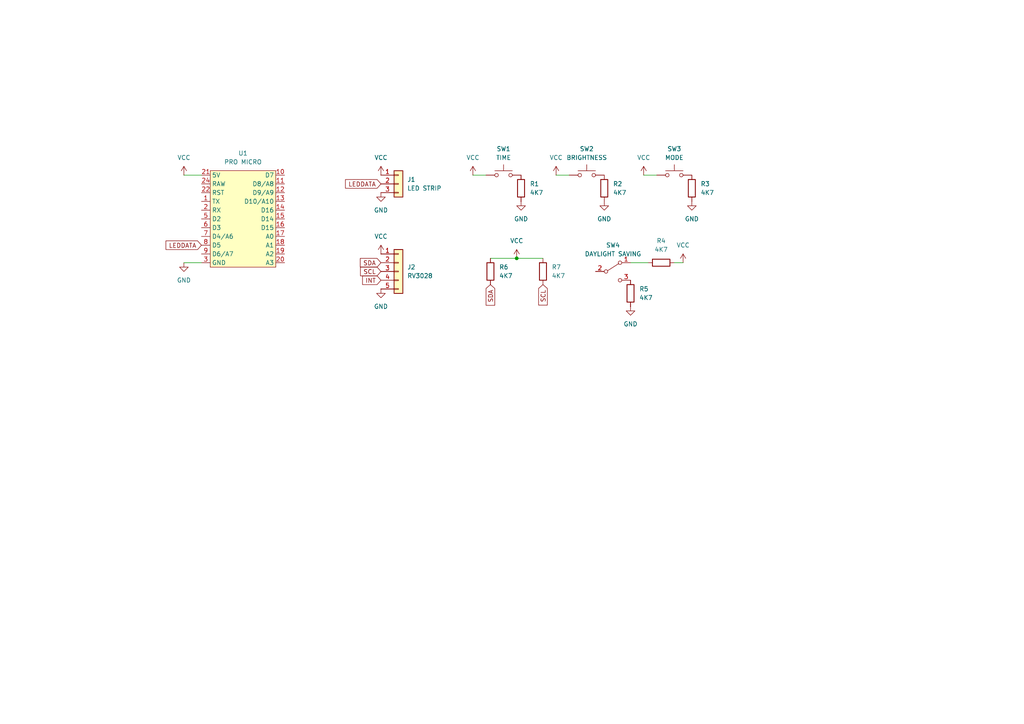
<source format=kicad_sch>
(kicad_sch (version 20231120) (generator "eeschema") (generator_version "8.0")
  (paper "A4")
  (lib_symbols
    (symbol "Connector_Generic:Conn_01x03" (pin_names (offset 1.016) hide)
      (property "Reference" "J" (at 0 5.08 0))
      (property "Value" "Conn_01x03" (at 0 -5.08 0))
      (symbol "Conn_01x03_1_1"
        (rectangle (start -1.27 -2.413) (end 0 -2.667) (stroke (width 0.1524)))
        (rectangle (start -1.27 0.127) (end 0 -0.127) (stroke (width 0.1524)))
        (rectangle (start -1.27 2.667) (end 0 2.413) (stroke (width 0.1524)))
        (rectangle (start -1.27 3.81) (end 1.27 -3.81) (stroke (width 0.254)) (fill (type background)))
        (pin passive line (at -5.08 2.54 0) (length 3.81) (name "Pin_1") (number "1"))
        (pin passive line (at -5.08 0 0) (length 3.81) (name "Pin_2") (number "2"))
        (pin passive line (at -5.08 -2.54 0) (length 3.81) (name "Pin_3") (number "3"))
      )
    )
    (symbol "Connector_Generic:Conn_01x05" (pin_names (offset 1.016) hide)
      (property "Reference" "J" (at 0 7.62 0))
      (property "Value" "Conn_01x05" (at 0 -7.62 0))
      (symbol "Conn_01x05_1_1"
        (rectangle (start -1.27 -4.953) (end 0 -5.207) (stroke (width 0.1524)))
        (rectangle (start -1.27 -2.413) (end 0 -2.667) (stroke (width 0.1524)))
        (rectangle (start -1.27 0.127) (end 0 -0.127) (stroke (width 0.1524)))
        (rectangle (start -1.27 2.667) (end 0 2.413) (stroke (width 0.1524)))
        (rectangle (start -1.27 5.207) (end 0 4.953) (stroke (width 0.1524)))
        (rectangle (start -1.27 6.35) (end 1.27 -6.35) (stroke (width 0.254)) (fill (type background)))
        (pin passive line (at -5.08 5.08 0) (length 3.81) (name "Pin_1") (number "1"))
        (pin passive line (at -5.08 2.54 0) (length 3.81) (name "Pin_2") (number "2"))
        (pin passive line (at -5.08 0 0) (length 3.81) (name "Pin_3") (number "3"))
        (pin passive line (at -5.08 -2.54 0) (length 3.81) (name "Pin_4") (number "4"))
        (pin passive line (at -5.08 -5.08 0) (length 3.81) (name "Pin_5") (number "5"))
      )
    )
    (symbol "Device:R" (pin_numbers hide) (pin_names (offset 0))
      (property "Reference" "R" (at 2.032 0 90))
      (property "Value" "R" (at 0 0 90))
      (symbol "R_0_1"
        (rectangle (start -1.016 -2.54) (end 1.016 2.54) (stroke (width 0.254)))
      )
      (symbol "R_1_1"
        (pin passive line (at 0 3.81 270) (length 1.27) (name "~") (number "1"))
        (pin passive line (at 0 -3.81 90) (length 1.27) (name "~") (number "2"))
      )
    )
    (symbol "SparkFun-Board:ProMicroC"
      (property "Reference" "U" (at 1.27 0 0))
      (property "Value" "ProMicroC" (at 15.24 0 0))
      (symbol "ProMicroC_1_1"
        (rectangle (start 0 -1.27) (end 19.05 -29.21) (fill (type background)))
        (pin input line (at -2.54 -10.16 0) (length 2.54) (name "TX") (number "1"))
        (pin input line (at 21.59 -2.54 180) (length 2.54) (name "D7") (number "10"))
        (pin input line (at 21.59 -5.08 180) (length 2.54) (name "D8/A8") (number "11"))
        (pin input line (at 21.59 -7.62 180) (length 2.54) (name "D9/A9") (number "12"))
        (pin input line (at 21.59 -10.16 180) (length 2.54) (name "D10/A10") (number "13"))
        (pin input line (at 21.59 -12.7 180) (length 2.54) (name "D16") (number "14"))
        (pin input line (at 21.59 -15.24 180) (length 2.54) (name "D14") (number "15"))
        (pin input line (at 21.59 -17.78 180) (length 2.54) (name "D15") (number "16"))
        (pin input line (at 21.59 -20.32 180) (length 2.54) (name "A0") (number "17"))
        (pin input line (at 21.59 -22.86 180) (length 2.54) (name "A1") (number "18"))
        (pin input line (at 21.59 -25.4 180) (length 2.54) (name "A2") (number "19"))
        (pin input line (at -2.54 -12.7 0) (length 2.54) (name "RX") (number "2"))
        (pin input line (at 21.59 -27.94 180) (length 2.54) (name "A3") (number "20"))
        (pin input line (at -2.54 -2.54 0) (length 2.54) (name "5V") (number "21"))
        (pin input line (at -2.54 -7.62 0) (length 2.54) (name "RST") (number "22"))
        (pin input line (at -2.54 -27.94 0) (length 2.54) hide (name "GND") (number "23"))
        (pin input line (at -2.54 -5.08 0) (length 2.54) (name "RAW") (number "24"))
        (pin input line (at -2.54 -27.94 0) (length 2.54) (name "GND") (number "3"))
        (pin input line (at -2.54 -27.94 0) (length 2.54) hide (name "GND") (number "4"))
        (pin input line (at -2.54 -15.24 0) (length 2.54) (name "D2") (number "5"))
        (pin input line (at -2.54 -17.78 0) (length 2.54) (name "D3") (number "6"))
        (pin input line (at -2.54 -20.32 0) (length 2.54) (name "D4/A6") (number "7"))
        (pin input line (at -2.54 -22.86 0) (length 2.54) (name "D5") (number "8"))
        (pin input line (at -2.54 -25.4 0) (length 2.54) (name "D6/A7") (number "9"))
      )
    )
    (symbol "SparkFun-Switch:SPDT_Slide_PTH_11.6x4.0mm" (pin_names (offset 0) hide)
      (property "Reference" "SW" (at 0 4.318 0))
      (property "Value" "SPDT_Slide_PTH_11.6x4.0mm" (at 0 -5.08 0))
      (symbol "SPDT_Slide_PTH_11.6x4.0mm_0_0"
        (circle (center -2.032 0) (radius 0.508))
        (circle (center 2.032 -2.54) (radius 0.508))
      )
      (symbol "SPDT_Slide_PTH_11.6x4.0mm_0_1"
        (polyline (pts (xy -1.524 0.254) (xy 1.651 2.286)))
        (circle (center 2.032 2.54) (radius 0.508))
      )
      (symbol "SPDT_Slide_PTH_11.6x4.0mm_1_1"
        (pin passive line (at 5.08 2.54 180) (length 2.54) (name "A") (number "1"))
        (pin passive line (at -5.08 0 0) (length 2.54) (name "B") (number "2"))
        (pin passive line (at 5.08 -2.54 180) (length 2.54) (name "C") (number "3"))
      )
    )
    (symbol "SparkFun-Switch:SPST_Push_SMD_12x12mm_h8.5mm" (pin_numbers hide) (pin_names (offset 0) hide)
      (property "Reference" "SW" (at 0 5.08 0))
      (property "Value" "SMD_12x12mm_h8.5mm" (at 0 -2.54 0))
      (symbol "SPST_Push_SMD_12x12mm_h8.5mm_0_1"
        (circle (center -2.032 0) (radius 0.508))
        (polyline (pts (xy 0 1.27) (xy 0 3.048)))
        (polyline (pts (xy 2.54 1.27) (xy -2.54 1.27)))
        (circle (center 2.032 0) (radius 0.508))
      )
      (symbol "SPST_Push_SMD_12x12mm_h8.5mm_1_1"
        (pin passive line (at -5.08 0 0) (length 2.54) (name "1") (number "1"))
        (pin passive line (at 5.08 0 180) (length 2.54) (name "2") (number "2"))
      )
    )
    (symbol "power:GND" (power) (pin_numbers hide) (pin_names (offset 0) hide)
      (property "Value" "GND" (at 0 -3.81 0))
      (symbol "GND_0_1"
        (polyline (pts (xy 0 0) (xy 0 -1.27) (xy 1.27 -1.27) (xy 0 -2.54) (xy -1.27 -1.27) (xy 0 -1.27)))
      )
      (symbol "GND_1_1"
        (pin power_in line (at 0 0 270) (length 0) (name "~") (number "1"))
      )
    )
    (symbol "power:VCC" (power) (pin_numbers hide) (pin_names (offset 0) hide)
      (property "Value" "VCC" (at 0 3.556 0))
      (symbol "VCC_0_1"
        (polyline (pts (xy -0.762 1.27) (xy 0 2.54)))
        (polyline (pts (xy 0 0) (xy 0 2.54)))
        (polyline (pts (xy 0 2.54) (xy 0.762 1.27)))
      )
      (symbol "VCC_1_1"
        (pin power_in line (at 0 0 90) (length 0) (name "~") (number "1"))
      )
    )
  )
  (junction (at 149.86 74.93))
  (wire (pts (xy 161.29 50.8) (xy 165.1 50.8)))
  (wire (pts (xy 186.69 50.8) (xy 190.5 50.8)))
  (wire (pts (xy 142.24 74.93) (xy 149.86 74.93)))
  (wire (pts (xy 137.16 50.8) (xy 140.97 50.8)))
  (wire (pts (xy 182.88 76.2) (xy 187.96 76.2)))
  (wire (pts (xy 53.34 76.2) (xy 58.42 76.2)))
  (wire (pts (xy 149.86 74.93) (xy 157.48 74.93)))
  (wire (pts (xy 53.34 50.8) (xy 58.42 50.8)))
  (wire (pts (xy 198.12 76.2) (xy 195.58 76.2)))
  (global_label "SDA" (shape input) (at 142.24 82.55 270) (property "Intersheetrefs" "${INTERSHEET_REFS}" (effects (hide yes))))
  (global_label "SCL" (shape input) (at 110.49 78.74 180) (property "Intersheetrefs" "${INTERSHEET_REFS}" (effects (hide yes))))
  (global_label "SDA" (shape input) (at 110.49 76.2 180) (property "Intersheetrefs" "${INTERSHEET_REFS}" (effects (hide yes))))
  (global_label "LEDDATA" (shape input) (at 110.49 53.34 180) (property "Intersheetrefs" "${INTERSHEET_REFS}" (effects (hide yes))))
  (global_label "SCL" (shape input) (at 157.48 82.55 270) (property "Intersheetrefs" "${INTERSHEET_REFS}" (effects (hide yes))))
  (global_label "LEDDATA" (shape input) (at 58.42 71.12 180) (property "Intersheetrefs" "${INTERSHEET_REFS}" (effects (hide yes))))
  (global_label "INT" (shape input) (at 110.49 81.28 180) (property "Intersheetrefs" "${INTERSHEET_REFS}" (effects (hide yes))))
  (symbol (lib_id "SparkFun-Board:ProMicroC") (at 60.96 48.26 0) (unit 1)
    (property "Reference" "U1" (at 70.485 44.45 0))
    (property "Value" "PRO MICRO" (at 70.485 46.99 0))
    (property "Footprint" "SparkFun-Board:ProMicroC" (effects (hide yes)))
    (property "Datasheet" "https://www.sparkfun.com/products/15795" (effects (hide yes)))
  )
  (symbol (lib_id "power:VCC") (at 110.49 50.8 0) (unit 1)
    (property "Reference" "#PWR03" (effects (hide yes)))
    (property "Value" "VCC" (at 110.49 45.72 0))
    (property "Description" "Power symbol creates a global label with name \"VCC\"" (effects (hide yes)))
  )
  (symbol (lib_id "SparkFun-Switch:SPST_Push_SMD_12x12mm_h8.5mm") (at 170.18 50.8 0) (unit 1)
    (property "Reference" "SW2" (at 170.18 43.18 0))
    (property "Value" "BRIGHTNESS" (at 170.18 45.72 0))
    (property "Footprint" "SparkFun-Switch:Push_SMD_12x12mm" (effects (hide yes)))
    (property "Datasheet" "https://cdn.sparkfun.com/datasheets/Components/Switches/N301102.pdf" (effects (hide yes)))
    (property "Description" "Single Pole Single Throw (SPST) switch" (effects (hide yes)))
    (property "PROD_ID" "SWCH-11967" (effects (hide yes)))
    (property "Mfg Part#" "EG4904TR-ND" (effects (hide yes)))
  )
  (symbol (lib_id "Device:R") (at 200.66 54.61 0) (unit 1)
    (property "Reference" "R3" (at 203.2 53.3399 0) (effects (justify left)))
    (property "Value" "4K7" (at 203.2 55.8799 0) (effects (justify left)))
    (property "Footprint" "Resistor_THT:R_Axial_DIN0204_L3.6mm_D1.6mm_P5.08mm_Horizontal" (effects (hide yes)))
    (property "Description" "Resistor" (effects (hide yes)))
  )
  (symbol (lib_id "power:VCC") (at 137.16 50.8 0) (unit 1)
    (property "Reference" "#PWR07" (effects (hide yes)))
    (property "Value" "VCC" (at 137.16 45.72 0))
    (property "Description" "Power symbol creates a global label with name \"VCC\"" (effects (hide yes)))
  )
  (symbol (lib_id "power:GND") (at 151.13 58.42 0) (unit 1)
    (property "Reference" "#PWR010" (effects (hide yes)))
    (property "Value" "GND" (at 151.13 63.5 0))
    (property "Description" "Power symbol creates a global label with name \"GND\" , ground" (effects (hide yes)))
  )
  (symbol (lib_id "power:VCC") (at 53.34 50.8 0) (unit 1)
    (property "Reference" "#PWR04" (effects (hide yes)))
    (property "Value" "VCC" (at 53.34 45.72 0))
    (property "Description" "Power symbol creates a global label with name \"VCC\"" (effects (hide yes)))
  )
  (symbol (lib_id "power:GND") (at 200.66 58.42 0) (unit 1)
    (property "Reference" "#PWR012" (effects (hide yes)))
    (property "Value" "GND" (at 200.66 63.5 0))
    (property "Description" "Power symbol creates a global label with name \"GND\" , ground" (effects (hide yes)))
  )
  (symbol (lib_id "power:GND") (at 53.34 76.2 0) (unit 1)
    (property "Reference" "#PWR02" (effects (hide yes)))
    (property "Value" "GND" (at 53.34 81.28 0))
    (property "Description" "Power symbol creates a global label with name \"GND\" , ground" (effects (hide yes)))
  )
  (symbol (lib_id "power:GND") (at 175.26 58.42 0) (unit 1)
    (property "Reference" "#PWR011" (effects (hide yes)))
    (property "Value" "GND" (at 175.26 63.5 0))
    (property "Description" "Power symbol creates a global label with name \"GND\" , ground" (effects (hide yes)))
  )
  (symbol (lib_id "power:VCC") (at 149.86 74.93 0) (unit 1)
    (property "Reference" "#PWR015" (effects (hide yes)))
    (property "Value" "VCC" (at 149.86 69.85 0))
    (property "Description" "Power symbol creates a global label with name \"VCC\"" (effects (hide yes)))
  )
  (symbol (lib_id "power:GND") (at 110.49 55.88 0) (unit 1)
    (property "Reference" "#PWR01" (effects (hide yes)))
    (property "Value" "GND" (at 110.49 60.96 0))
    (property "Description" "Power symbol creates a global label with name \"GND\" , ground" (effects (hide yes)))
  )
  (symbol (lib_id "power:VCC") (at 198.12 76.2 0) (unit 1)
    (property "Reference" "#PWR014" (effects (hide yes)))
    (property "Value" "VCC" (at 198.12 71.12 0))
    (property "Description" "Power symbol creates a global label with name \"VCC\"" (effects (hide yes)))
  )
  (symbol (lib_id "SparkFun-Switch:SPST_Push_SMD_12x12mm_h8.5mm") (at 146.05 50.8 0) (unit 1)
    (property "Reference" "SW1" (at 146.05 43.18 0))
    (property "Value" "TIME" (at 146.05 45.72 0))
    (property "Footprint" "SparkFun-Switch:Push_SMD_12x12mm" (effects (hide yes)))
    (property "Datasheet" "https://cdn.sparkfun.com/datasheets/Components/Switches/N301102.pdf" (effects (hide yes)))
    (property "Description" "Single Pole Single Throw (SPST) switch" (effects (hide yes)))
    (property "PROD_ID" "SWCH-11967" (effects (hide yes)))
    (property "Mfg Part#" "EG4904TR-ND" (effects (hide yes)))
  )
  (symbol (lib_id "Device:R") (at 142.24 78.74 0) (unit 1)
    (property "Reference" "R6" (at 144.78 77.4699 0) (effects (justify left)))
    (property "Value" "4K7" (at 144.78 80.0099 0) (effects (justify left)))
    (property "Footprint" "Resistor_THT:R_Axial_DIN0204_L3.6mm_D1.6mm_P5.08mm_Horizontal" (effects (hide yes)))
    (property "Description" "Resistor" (effects (hide yes)))
  )
  (symbol (lib_id "Connector_Generic:Conn_01x03") (at 115.57 53.34 0) (unit 1)
    (property "Reference" "J1" (at 118.11 52.0699 0) (effects (justify left)))
    (property "Value" "LED STRIP" (at 118.11 54.6099 0) (effects (justify left)))
    (property "Footprint" "Connector_Wire:SolderWire-0.75sqmm_1x03_P4.8mm_D1.25mm_OD2.3mm" (effects (hide yes)))
    (property "Description" "Generic connector, single row, 01x03, script generated (kicad-library-utils/schlib/autogen/connector/)" (effects (hide yes)))
  )
  (symbol (lib_id "Device:R") (at 175.26 54.61 0) (unit 1)
    (property "Reference" "R2" (at 177.8 53.3399 0) (effects (justify left)))
    (property "Value" "4K7" (at 177.8 55.8799 0) (effects (justify left)))
    (property "Footprint" "Resistor_THT:R_Axial_DIN0204_L3.6mm_D1.6mm_P5.08mm_Horizontal" (effects (hide yes)))
    (property "Description" "Resistor" (effects (hide yes)))
  )
  (symbol (lib_id "Device:R") (at 191.77 76.2 90) (unit 1)
    (property "Reference" "R4" (at 191.77 69.85 90))
    (property "Value" "4K7" (at 191.77 72.39 90))
    (property "Footprint" "Resistor_THT:R_Axial_DIN0204_L3.6mm_D1.6mm_P5.08mm_Horizontal" (effects (hide yes)))
    (property "Description" "Resistor" (effects (hide yes)))
  )
  (symbol (lib_id "SparkFun-Switch:SPST_Push_SMD_12x12mm_h8.5mm") (at 195.58 50.8 0) (unit 1)
    (property "Reference" "SW3" (at 195.58 43.18 0))
    (property "Value" "MODE" (at 195.58 45.72 0))
    (property "Footprint" "SparkFun-Switch:Push_SMD_12x12mm" (effects (hide yes)))
    (property "Datasheet" "https://cdn.sparkfun.com/datasheets/Components/Switches/N301102.pdf" (effects (hide yes)))
    (property "Description" "Single Pole Single Throw (SPST) switch" (effects (hide yes)))
    (property "PROD_ID" "SWCH-11967" (effects (hide yes)))
    (property "Mfg Part#" "EG4904TR-ND" (effects (hide yes)))
  )
  (symbol (lib_id "power:GND") (at 110.49 83.82 0) (unit 1)
    (property "Reference" "#PWR06" (effects (hide yes)))
    (property "Value" "GND" (at 110.49 88.9 0))
    (property "Description" "Power symbol creates a global label with name \"GND\" , ground" (effects (hide yes)))
  )
  (symbol (lib_id "Device:R") (at 151.13 54.61 0) (unit 1)
    (property "Reference" "R1" (at 153.67 53.3399 0) (effects (justify left)))
    (property "Value" "4K7" (at 153.67 55.8799 0) (effects (justify left)))
    (property "Footprint" "Resistor_THT:R_Axial_DIN0204_L3.6mm_D1.6mm_P5.08mm_Horizontal" (effects (hide yes)))
    (property "Description" "Resistor" (effects (hide yes)))
  )
  (symbol (lib_id "power:GND") (at 182.88 88.9 0) (unit 1)
    (property "Reference" "#PWR013" (effects (hide yes)))
    (property "Value" "GND" (at 182.88 93.98 0))
    (property "Description" "Power symbol creates a global label with name \"GND\" , ground" (effects (hide yes)))
  )
  (symbol (lib_id "Device:R") (at 157.48 78.74 0) (unit 1)
    (property "Reference" "R7" (at 160.02 77.4699 0) (effects (justify left)))
    (property "Value" "4K7" (at 160.02 80.0099 0) (effects (justify left)))
    (property "Footprint" "Resistor_THT:R_Axial_DIN0204_L3.6mm_D1.6mm_P5.08mm_Horizontal" (effects (hide yes)))
    (property "Description" "Resistor" (effects (hide yes)))
  )
  (symbol (lib_id "power:VCC") (at 110.49 73.66 0) (unit 1)
    (property "Reference" "#PWR05" (effects (hide yes)))
    (property "Value" "VCC" (at 110.49 68.58 0))
    (property "Description" "Power symbol creates a global label with name \"VCC\"" (effects (hide yes)))
  )
  (symbol (lib_id "power:VCC") (at 161.29 50.8 0) (unit 1)
    (property "Reference" "#PWR08" (effects (hide yes)))
    (property "Value" "VCC" (at 161.29 45.72 0))
    (property "Description" "Power symbol creates a global label with name \"VCC\"" (effects (hide yes)))
  )
  (symbol (lib_id "Connector_Generic:Conn_01x05") (at 115.57 78.74 0) (unit 1)
    (property "Reference" "J2" (at 118.11 77.4699 0) (effects (justify left)))
    (property "Value" "RV3028" (at 118.11 80.0099 0) (effects (justify left)))
    (property "Footprint" "Connector_PinHeader_2.54mm:PinHeader_1x05_P2.54mm_Vertical" (effects (hide yes)))
    (property "Description" "Generic connector, single row, 01x05, script generated (kicad-library-utils/schlib/autogen/connector/)" (effects (hide yes)))
  )
  (symbol (lib_id "power:VCC") (at 186.69 50.8 0) (unit 1)
    (property "Reference" "#PWR09" (effects (hide yes)))
    (property "Value" "VCC" (at 186.69 45.72 0))
    (property "Description" "Power symbol creates a global label with name \"VCC\"" (effects (hide yes)))
  )
  (symbol (lib_id "SparkFun-Switch:SPDT_Slide_PTH_11.6x4.0mm") (at 177.8 78.74 0) (unit 1)
    (property "Reference" "SW4" (at 177.8 71.12 0))
    (property "Value" "DAYLIGHT SAVING" (at 177.8 73.66 0))
    (property "Footprint" "SparkFun-Switch:Slide_SPDT_PTH_11.6x4.0mm" (effects (hide yes)))
    (property "Datasheet" "https://www.sparkfun.com/datasheets/Components/Buttons/P040040c.pdf" (effects (hide yes)))
    (property "Description" "Switch, single pole double throw" (effects (hide yes)))
    (property "PROD_ID" "SWCH-08261" (effects (hide yes)))
  )
  (symbol (lib_id "Device:R") (at 182.88 85.09 180) (unit 1)
    (property "Reference" "R5" (at 185.42 83.8199 0) (effects (justify right)))
    (property "Value" "4K7" (at 185.42 86.3599 0) (effects (justify right)))
    (property "Footprint" "Resistor_THT:R_Axial_DIN0204_L3.6mm_D1.6mm_P5.08mm_Horizontal" (effects (hide yes)))
    (property "Description" "Resistor" (effects (hide yes)))
  )
)
</source>
